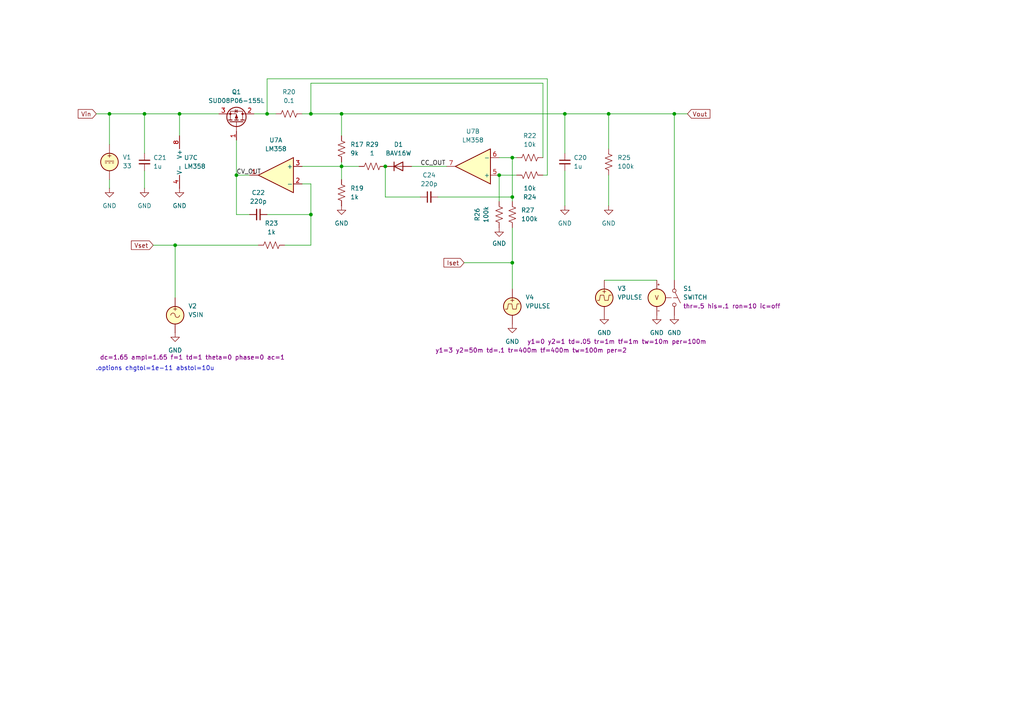
<source format=kicad_sch>
(kicad_sch (version 20231120) (generator "eeschema") (generator_version "8.0")
  (paper "A4")
  (lib_symbols
    (symbol "Amplifier_Operational:LM358" (pin_names (offset 0.127))
      (property "Reference" "U" (at 0 5.08 0))
      (property "Value" "LM358" (at 0 -5.08 0))
      (symbol "LM358_1_1"
        (polyline (pts (xy -5.08 5.08) (xy 5.08 0) (xy -5.08 -5.08) (xy -5.08 5.08)) (stroke (width 0.254)) (fill (type background)))
        (pin output line (at 7.62 0 180) (length 2.54) (name "~") (number "1"))
        (pin input line (at -7.62 -2.54 0) (length 2.54) (name "-") (number "2"))
        (pin input line (at -7.62 2.54 0) (length 2.54) (name "+") (number "3"))
      )
      (symbol "LM358_2_1"
        (polyline (pts (xy -5.08 5.08) (xy 5.08 0) (xy -5.08 -5.08) (xy -5.08 5.08)) (stroke (width 0.254)) (fill (type background)))
        (pin input line (at -7.62 2.54 0) (length 2.54) (name "+") (number "5"))
        (pin input line (at -7.62 -2.54 0) (length 2.54) (name "-") (number "6"))
        (pin output line (at 7.62 0 180) (length 2.54) (name "~") (number "7"))
      )
      (symbol "LM358_3_1"
        (pin power_in line (at -2.54 -7.62 90) (length 3.81) (name "V-") (number "4"))
        (pin power_in line (at -2.54 7.62 270) (length 3.81) (name "V+") (number "8"))
      )
    )
    (symbol "Device:C_Small" (pin_numbers hide) (pin_names (offset 0.254) hide)
      (property "Reference" "C" (at 0.254 1.778 0))
      (property "Value" "C_Small" (at 0.254 -2.032 0))
      (symbol "C_Small_0_1"
        (polyline (pts (xy -1.524 -0.508) (xy 1.524 -0.508)) (stroke (width 0.3302)))
        (polyline (pts (xy -1.524 0.508) (xy 1.524 0.508)) (stroke (width 0.3048)))
      )
      (symbol "C_Small_1_1"
        (pin passive line (at 0 2.54 270) (length 2.032) (name "~") (number "1"))
        (pin passive line (at 0 -2.54 90) (length 2.032) (name "~") (number "2"))
      )
    )
    (symbol "Device:R_US" (pin_numbers hide) (pin_names (offset 0))
      (property "Reference" "R" (at 2.54 0 90))
      (property "Value" "R_US" (at -2.54 0 90))
      (symbol "R_US_0_1"
        (polyline (pts (xy 0 -2.286) (xy 0 -2.54)))
        (polyline (pts (xy 0 2.286) (xy 0 2.54)))
        (polyline (pts (xy 0 -0.762) (xy 1.016 -1.143) (xy 0 -1.524) (xy -1.016 -1.905) (xy 0 -2.286)))
        (polyline (pts (xy 0 0.762) (xy 1.016 0.381) (xy 0 0) (xy -1.016 -0.381) (xy 0 -0.762)))
        (polyline (pts (xy 0 2.286) (xy 1.016 1.905) (xy 0 1.524) (xy -1.016 1.143) (xy 0 0.762)))
      )
      (symbol "R_US_1_1"
        (pin passive line (at 0 3.81 270) (length 1.27) (name "~") (number "1"))
        (pin passive line (at 0 -3.81 90) (length 1.27) (name "~") (number "2"))
      )
    )
    (symbol "Diode:BAV16W" (pin_numbers hide) (pin_names hide)
      (property "Reference" "D" (at 0 2.54 0))
      (property "Value" "BAV16W" (at 0 -2.54 0))
      (symbol "BAV16W_0_1"
        (polyline (pts (xy -1.27 1.27) (xy -1.27 -1.27)) (stroke (width 0.254)))
        (polyline (pts (xy 1.27 0) (xy -1.27 0)))
        (polyline (pts (xy 1.27 1.27) (xy 1.27 -1.27) (xy -1.27 0) (xy 1.27 1.27)) (stroke (width 0.254)))
      )
      (symbol "BAV16W_1_1"
        (pin passive line (at -3.81 0 0) (length 2.54) (name "K") (number "1"))
        (pin passive line (at 3.81 0 180) (length 2.54) (name "A") (number "2"))
      )
    )
    (symbol "Simulation_SPICE:SWITCH" (pin_numbers hide) (pin_names (offset 1.016) hide)
      (property "Reference" "S" (at 2.54 2.54 0))
      (property "Value" "SWITCH" (at 2.54 0 0))
      (property "Sim.Params" "thr=0 ron=1" (at 2.54 -2.54 0))
      (symbol "SWITCH_0_1"
        (circle (center 0 -2.032) (radius 0.508))
        (polyline (pts (xy 0.254 1.524) (xy 1.778 -1.524)))
        (circle (center 0 2.032) (radius 0.508))
      )
      (symbol "SWITCH_1_1"
        (circle (center -5.08 0) (radius 2.54) (stroke (width 0.254)) (fill (type background)))
        (polyline (pts (xy -4.826 -3.81) (xy -4.318 -3.81)))
        (polyline (pts (xy -4.826 3.81) (xy -4.318 3.81)))
        (polyline (pts (xy -4.572 4.064) (xy -4.572 3.556)))
        (polyline (pts (xy -2.54 0) (xy 0.889 0)) (stroke (width 0) (type dash)))
        (text "V" (at -5.08 0 0) (effects (font (size 1.27 1.27))))
        (pin passive line (at 0 5.08 270) (length 2.54) (name "N+") (number "1"))
        (pin passive line (at 0 -5.08 90) (length 2.54) (name "N-") (number "2"))
        (pin input line (at -5.08 5.08 270) (length 2.54) (name "C+") (number "3"))
        (pin input line (at -5.08 -5.08 90) (length 2.54) (name "C-") (number "4"))
      )
    )
    (symbol "Simulation_SPICE:VDC" (pin_numbers hide) (pin_names (offset 0.0254))
      (property "Reference" "V" (at 2.54 2.54 0))
      (property "Value" "1" (at 2.54 0 0))
      (symbol "VDC_0_0"
        (polyline (pts (xy -1.27 0.254) (xy 1.27 0.254)))
        (polyline (pts (xy -0.762 -0.254) (xy -1.27 -0.254)))
        (polyline (pts (xy 0.254 -0.254) (xy -0.254 -0.254)))
        (polyline (pts (xy 1.27 -0.254) (xy 0.762 -0.254)))
        (text "+" (at 0 1.905 0) (effects (font (size 1.27 1.27))))
      )
      (symbol "VDC_0_1"
        (circle (center 0 0) (radius 2.54) (stroke (width 0.254)) (fill (type background)))
      )
      (symbol "VDC_1_1"
        (pin passive line (at 0 5.08 270) (length 2.54) (name "~") (number "1"))
        (pin passive line (at 0 -5.08 90) (length 2.54) (name "~") (number "2"))
      )
    )
    (symbol "Simulation_SPICE:VPULSE" (pin_numbers hide) (pin_names (offset 0.0254))
      (property "Reference" "V" (at 2.54 2.54 0))
      (property "Value" "VPULSE" (at 2.54 0 0))
      (property "Sim.Params" "y1=0 y2=1 td=2n tr=2n tf=2n tw=50n per=100n" (at 2.54 -2.54 0))
      (symbol "VPULSE_0_0"
        (polyline (pts (xy -2.032 -0.762) (xy -1.397 -0.762) (xy -1.143 0.762) (xy -0.127 0.762) (xy 0.127 -0.762) (xy 1.143 -0.762) (xy 1.397 0.762) (xy 2.032 0.762)))
        (text "+" (at 0 1.905 0) (effects (font (size 1.27 1.27))))
      )
      (symbol "VPULSE_0_1"
        (circle (center 0 0) (radius 2.54) (stroke (width 0.254)) (fill (type background)))
      )
      (symbol "VPULSE_1_1"
        (pin passive line (at 0 5.08 270) (length 2.54) (name "~") (number "1"))
        (pin passive line (at 0 -5.08 90) (length 2.54) (name "~") (number "2"))
      )
    )
    (symbol "Simulation_SPICE:VSIN" (pin_numbers hide) (pin_names (offset 0.0254))
      (property "Reference" "V" (at 2.54 2.54 0))
      (property "Value" "VSIN" (at 2.54 0 0))
      (property "Sim.Params" "dc=0 ampl=1 f=1k ac=1" (at 2.54 -2.54 0))
      (symbol "VSIN_0_0"
        (arc (start 0 0) (mid -0.635 0.6323) (end -1.27 0))
        (arc (start 0 0) (mid 0.635 -0.6323) (end 1.27 0))
        (text "+" (at 0 1.905 0) (effects (font (size 1.27 1.27))))
      )
      (symbol "VSIN_0_1"
        (circle (center 0 0) (radius 2.54) (stroke (width 0.254)) (fill (type background)))
      )
      (symbol "VSIN_1_1"
        (pin passive line (at 0 5.08 270) (length 2.54) (name "~") (number "1"))
        (pin passive line (at 0 -5.08 90) (length 2.54) (name "~") (number "2"))
      )
    )
    (symbol "Transistor_FET:SUD08P06-155L" (pin_names hide)
      (property "Reference" "Q" (at 4.953 1.905 0))
      (property "Value" "SUD08P06-155L" (at 4.953 0 0))
      (symbol "SUD08P06-155L_0_1"
        (polyline (pts (xy 0.254 0) (xy -2.54 0)))
        (polyline (pts (xy 0.254 1.905) (xy 0.254 -1.905)) (stroke (width 0.254)))
        (polyline (pts (xy 0.762 -1.27) (xy 0.762 -2.286)) (stroke (width 0.254)))
        (polyline (pts (xy 0.762 0.508) (xy 0.762 -0.508)) (stroke (width 0.254)))
        (polyline (pts (xy 0.762 2.286) (xy 0.762 1.27)) (stroke (width 0.254)))
        (polyline (pts (xy 2.54 2.54) (xy 2.54 1.778)))
        (polyline (pts (xy 2.54 -2.54) (xy 2.54 0) (xy 0.762 0)))
        (polyline (pts (xy 0.762 1.778) (xy 3.302 1.778) (xy 3.302 -1.778) (xy 0.762 -1.778)))
        (polyline (pts (xy 2.286 0) (xy 1.27 0.381) (xy 1.27 -0.381) (xy 2.286 0)) (fill (type outline)))
        (polyline (pts (xy 2.794 -0.508) (xy 2.921 -0.381) (xy 3.683 -0.381) (xy 3.81 -0.254)))
        (polyline (pts (xy 3.302 -0.381) (xy 2.921 0.254) (xy 3.683 0.254) (xy 3.302 -0.381)))
        (circle (center 1.651 0) (radius 2.794) (stroke (width 0.254)))
        (circle (center 2.54 -1.778) (radius 0.254) (fill (type outline)))
        (circle (center 2.54 1.778) (radius 0.254) (fill (type outline)))
      )
      (symbol "SUD08P06-155L_1_1"
        (pin input line (at -5.08 0 0) (length 2.54) (name "G") (number "1"))
        (pin passive line (at 2.54 5.08 270) (length 2.54) (name "D") (number "2"))
        (pin passive line (at 2.54 -5.08 90) (length 2.54) (name "S") (number "3"))
      )
    )
    (symbol "power:GND" (power) (pin_numbers hide) (pin_names (offset 0) hide)
      (property "Value" "GND" (at 0 -3.81 0))
      (symbol "GND_0_1"
        (polyline (pts (xy 0 0) (xy 0 -1.27) (xy 1.27 -1.27) (xy 0 -2.54) (xy -1.27 -1.27) (xy 0 -1.27)))
      )
      (symbol "GND_1_1"
        (pin power_in line (at 0 0 270) (length 0) (name "~") (number "1"))
      )
    )
  )
  (junction (at 90.17 62.23))
  (junction (at 111.76 48.26))
  (junction (at 148.59 45.72))
  (junction (at 52.07 33.02))
  (junction (at 77.47 33.02))
  (junction (at 50.8 71.12))
  (junction (at 195.58 33.02))
  (junction (at 163.83 33.02))
  (junction (at 31.75 33.02))
  (junction (at 148.59 57.15))
  (junction (at 90.17 33.02))
  (junction (at 144.78 50.8))
  (junction (at 148.59 76.2))
  (junction (at 99.06 48.26))
  (junction (at 99.06 33.02))
  (junction (at 176.53 33.02))
  (junction (at 41.91 33.02))
  (junction (at 68.58 50.8))
  (wire (pts (xy 68.58 50.8) (xy 72.39 50.8)))
  (wire (pts (xy 99.06 33.02) (xy 163.83 33.02)))
  (wire (pts (xy 163.83 33.02) (xy 163.83 44.45)))
  (wire (pts (xy 176.53 59.69) (xy 176.53 50.8)))
  (wire (pts (xy 52.07 33.02) (xy 41.91 33.02)))
  (wire (pts (xy 176.53 33.02) (xy 176.53 43.18)))
  (wire (pts (xy 199.39 33.02) (xy 195.58 33.02)))
  (wire (pts (xy 99.06 48.26) (xy 99.06 46.99)))
  (wire (pts (xy 195.58 33.02) (xy 195.58 81.28)))
  (wire (pts (xy 90.17 33.02) (xy 87.63 33.02)))
  (wire (pts (xy 175.26 81.28) (xy 190.5 81.28)))
  (wire (pts (xy 80.01 33.02) (xy 77.47 33.02)))
  (wire (pts (xy 50.8 71.12) (xy 74.93 71.12)))
  (wire (pts (xy 31.75 33.02) (xy 31.75 41.91)))
  (wire (pts (xy 77.47 33.02) (xy 73.66 33.02)))
  (wire (pts (xy 144.78 50.8) (xy 149.86 50.8)))
  (wire (pts (xy 158.75 22.86) (xy 158.75 50.8)))
  (wire (pts (xy 144.78 45.72) (xy 148.59 45.72)))
  (wire (pts (xy 90.17 53.34) (xy 87.63 53.34)))
  (wire (pts (xy 77.47 33.02) (xy 77.47 22.86)))
  (wire (pts (xy 90.17 71.12) (xy 90.17 62.23)))
  (wire (pts (xy 148.59 76.2) (xy 148.59 66.04)))
  (wire (pts (xy 82.55 71.12) (xy 90.17 71.12)))
  (wire (pts (xy 90.17 24.13) (xy 90.17 33.02)))
  (wire (pts (xy 27.94 33.02) (xy 31.75 33.02)))
  (wire (pts (xy 41.91 49.53) (xy 41.91 54.61)))
  (wire (pts (xy 163.83 33.02) (xy 176.53 33.02)))
  (wire (pts (xy 148.59 83.82) (xy 148.59 76.2)))
  (wire (pts (xy 148.59 57.15) (xy 148.59 58.42)))
  (wire (pts (xy 99.06 48.26) (xy 104.14 48.26)))
  (wire (pts (xy 31.75 52.07) (xy 31.75 54.61)))
  (wire (pts (xy 157.48 45.72) (xy 157.48 24.13)))
  (wire (pts (xy 99.06 52.07) (xy 99.06 48.26)))
  (wire (pts (xy 119.38 48.26) (xy 129.54 48.26)))
  (wire (pts (xy 148.59 45.72) (xy 148.59 57.15)))
  (wire (pts (xy 68.58 62.23) (xy 68.58 50.8)))
  (wire (pts (xy 77.47 22.86) (xy 158.75 22.86)))
  (wire (pts (xy 158.75 50.8) (xy 157.48 50.8)))
  (wire (pts (xy 111.76 57.15) (xy 121.92 57.15)))
  (wire (pts (xy 77.47 62.23) (xy 90.17 62.23)))
  (wire (pts (xy 157.48 24.13) (xy 90.17 24.13)))
  (wire (pts (xy 163.83 59.69) (xy 163.83 49.53)))
  (wire (pts (xy 176.53 33.02) (xy 195.58 33.02)))
  (wire (pts (xy 90.17 53.34) (xy 90.17 62.23)))
  (wire (pts (xy 99.06 39.37) (xy 99.06 33.02)))
  (wire (pts (xy 41.91 33.02) (xy 41.91 44.45)))
  (wire (pts (xy 149.86 45.72) (xy 148.59 45.72)))
  (wire (pts (xy 72.39 62.23) (xy 68.58 62.23)))
  (wire (pts (xy 52.07 33.02) (xy 52.07 39.37)))
  (wire (pts (xy 68.58 50.8) (xy 68.58 40.64)))
  (wire (pts (xy 144.78 50.8) (xy 144.78 58.42)))
  (wire (pts (xy 87.63 48.26) (xy 99.06 48.26)))
  (wire (pts (xy 99.06 33.02) (xy 90.17 33.02)))
  (wire (pts (xy 134.62 76.2) (xy 148.59 76.2)))
  (wire (pts (xy 50.8 71.12) (xy 50.8 86.36)))
  (wire (pts (xy 52.07 33.02) (xy 63.5 33.02)))
  (wire (pts (xy 44.45 71.12) (xy 50.8 71.12)))
  (wire (pts (xy 41.91 33.02) (xy 31.75 33.02)))
  (wire (pts (xy 111.76 57.15) (xy 111.76 48.26)))
  (wire (pts (xy 127 57.15) (xy 148.59 57.15)))
  (text ".options chgtol=1e-11 abstol=10u" (at 44.958 106.934 0) (effects (font (size 1.27 1.27))))
  (label "CV_OUT" (at 68.58 50.8 0))
  (label "CC_OUT" (at 121.92 48.26 0))
  (global_label "Vout" (shape input) (at 199.39 33.02 0) (property "Intersheetrefs" "${INTERSHEET_REFS}" (effects (hide yes))))
  (global_label "Iset" (shape input) (at 134.62 76.2 180) (property "Intersheetrefs" "${INTERSHEET_REFS}" (effects (hide yes))))
  (global_label "Vset" (shape input) (at 44.45 71.12 180) (property "Intersheetrefs" "${INTERSHEET_REFS}" (effects (hide yes))))
  (global_label "Vin" (shape input) (at 27.94 33.02 180) (property "Intersheetrefs" "${INTERSHEET_REFS}" (effects (hide yes))))
  (symbol (lib_id "Device:C_Small") (at 74.93 62.23 270) (unit 1)
    (property "Reference" "C22" (at 74.9236 55.88 90))
    (property "Value" "220p" (at 74.9236 58.42 90))
    (property "Description" "Unpolarized capacitor, small symbol" (effects (hide yes)))
  )
  (symbol (lib_id "Simulation_SPICE:VPULSE") (at 148.59 88.9 0) (unit 1)
    (property "Reference" "V4" (at 152.4 86.2301 0) (effects (justify left)))
    (property "Value" "VPULSE" (at 152.4 88.7701 0) (effects (justify left)))
    (property "Datasheet" "https://ngspice.sourceforge.io/docs/ngspice-html-manual/manual.xhtml#sec_Independent_Sources_for" (effects (hide yes)))
    (property "Description" "Voltage source, pulse" (effects (hide yes)))
    (property "Sim.Pins" "1=+ 2=-" (effects (hide yes)))
    (property "Sim.Type" "PULSE" (effects (hide yes)))
    (property "Sim.Device" "V" (effects (hide yes)))
    (property "Sim.Params" "y1=3 y2=50m td=.1 tr=400m tf=400m tw=100m per=2" (at 126.238 101.6 0) (effects (justify left)))
  )
  (symbol (lib_id "Device:R_US") (at 78.74 71.12 270) (unit 1)
    (property "Reference" "R23" (at 78.74 64.77 90))
    (property "Value" "1k" (at 78.74 67.31 90))
    (property "Description" "Resistor, US symbol" (effects (hide yes)))
  )
  (symbol (lib_id "Simulation_SPICE:VSIN") (at 50.8 91.44 0) (unit 1)
    (property "Reference" "V2" (at 54.61 88.7701 0) (effects (justify left)))
    (property "Value" "VSIN" (at 54.61 91.3101 0) (effects (justify left)))
    (property "Datasheet" "https://ngspice.sourceforge.io/docs/ngspice-html-manual/manual.xhtml#sec_Independent_Sources_for" (effects (hide yes)))
    (property "Description" "Voltage source, sinusoidal" (effects (hide yes)))
    (property "Sim.Pins" "1=+ 2=-" (effects (hide yes)))
    (property "Sim.Params" "dc=1.65 ampl=1.65 f=1 td=1 theta=0 phase=0 ac=1" (at 28.956 103.632 0) (effects (justify left)))
    (property "Sim.Type" "SIN" (effects (hide yes)))
    (property "Sim.Device" "V" (effects (hide yes)))
  )
  (symbol (lib_id "Simulation_SPICE:VDC") (at 31.75 46.99 0) (unit 1)
    (property "Reference" "V1" (at 35.56 45.5901 0) (effects (justify left)))
    (property "Value" "33" (at 35.56 48.1301 0) (effects (justify left)))
    (property "Datasheet" "https://ngspice.sourceforge.io/docs/ngspice-html-manual/manual.xhtml#sec_Independent_Sources_for" (effects (hide yes)))
    (property "Description" "Voltage source, DC" (effects (hide yes)))
    (property "Sim.Pins" "1=+ 2=-" (effects (hide yes)))
    (property "Sim.Type" "DC" (effects (hide yes)))
    (property "Sim.Device" "V" (effects (hide yes)))
  )
  (symbol (lib_id "power:GND") (at 52.07 54.61 0) (unit 1)
    (property "Reference" "#PWR059" (effects (hide yes)))
    (property "Value" "GND" (at 52.07 59.69 0))
    (property "Description" "Power symbol creates a global label with name \"GND\" , ground" (effects (hide yes)))
  )
  (symbol (lib_id "Device:R_US") (at 176.53 46.99 180) (unit 1)
    (property "Reference" "R25" (at 179.07 45.7199 0) (effects (justify right)))
    (property "Value" "100k" (at 179.07 48.2599 0) (effects (justify right)))
    (property "Description" "Resistor, US symbol" (effects (hide yes)))
  )
  (symbol (lib_id "power:GND") (at 99.06 59.69 0) (unit 1)
    (property "Reference" "#PWR072" (effects (hide yes)))
    (property "Value" "GND" (at 99.06 64.77 0))
    (property "Description" "Power symbol creates a global label with name \"GND\" , ground" (effects (hide yes)))
  )
  (symbol (lib_id "Simulation_SPICE:VPULSE") (at 175.26 86.36 0) (unit 1)
    (property "Reference" "V3" (at 179.07 83.6901 0) (effects (justify left)))
    (property "Value" "VPULSE" (at 179.07 86.2301 0) (effects (justify left)))
    (property "Datasheet" "https://ngspice.sourceforge.io/docs/ngspice-html-manual/manual.xhtml#sec_Independent_Sources_for" (effects (hide yes)))
    (property "Description" "Voltage source, pulse" (effects (hide yes)))
    (property "Sim.Pins" "1=+ 2=-" (effects (hide yes)))
    (property "Sim.Type" "PULSE" (effects (hide yes)))
    (property "Sim.Device" "V" (effects (hide yes)))
    (property "Sim.Params" "y1=0 y2=1 td=.05 tr=1m tf=1m tw=10m per=100m" (at 152.908 99.06 0) (effects (justify left)))
  )
  (symbol (lib_id "Device:R_US") (at 107.95 48.26 270) (unit 1)
    (property "Reference" "R29" (at 107.95 41.91 90))
    (property "Value" "1" (at 107.95 44.45 90))
    (property "Description" "Resistor, US symbol" (effects (hide yes)))
  )
  (symbol (lib_id "power:GND") (at 175.26 91.44 0) (unit 1)
    (property "Reference" "#PWR082" (effects (hide yes)))
    (property "Value" "GND" (at 175.26 96.52 0))
    (property "Description" "Power symbol creates a global label with name \"GND\" , ground" (effects (hide yes)))
  )
  (symbol (lib_id "power:GND") (at 50.8 96.52 0) (unit 1)
    (property "Reference" "#PWR073" (effects (hide yes)))
    (property "Value" "GND" (at 50.8 101.6 0))
    (property "Description" "Power symbol creates a global label with name \"GND\" , ground" (effects (hide yes)))
  )
  (symbol (lib_id "Amplifier_Operational:LM358") (at 54.61 46.99 0) (unit 3)
    (property "Reference" "U7" (at 53.34 45.7199 0) (effects (justify left)))
    (property "Value" "LM358" (at 53.34 48.2599 0) (effects (justify left)))
    (property "Datasheet" "http://www.ti.com/lit/ds/symlink/lm2904-n.pdf" (effects (hide yes)))
    (property "Description" "Low-Power, Dual Operational Amplifiers, DIP-8/SOIC-8/TO-99-8" (effects (hide yes)))
    (property "Sim.Library" "spice_models/LM358-dual.lib" (effects (hide yes)))
    (property "Sim.Name" "LM358" (effects (hide yes)))
    (property "Sim.Device" "SUBCKT" (effects (hide yes)))
    (property "Sim.Pins" "1=1OUT 2=1IN- 3=1IN+ 4=VEE 5=2IN+ 6=2IN- 7=2OUT 8=VCC" (effects (hide yes)))
  )
  (symbol (lib_id "Device:R_US") (at 99.06 55.88 180) (unit 1)
    (property "Reference" "R19" (at 101.6 54.6099 0) (effects (justify right)))
    (property "Value" "1k" (at 101.6 57.1499 0) (effects (justify right)))
    (property "Description" "Resistor, US symbol" (effects (hide yes)))
  )
  (symbol (lib_id "power:GND") (at 41.91 54.61 0) (unit 1)
    (property "Reference" "#PWR076" (effects (hide yes)))
    (property "Value" "GND" (at 41.91 59.69 0))
    (property "Description" "Power symbol creates a global label with name \"GND\" , ground" (effects (hide yes)))
  )
  (symbol (lib_id "Amplifier_Operational:LM358") (at 80.01 50.8 0) (mirror y) (unit 1)
    (property "Reference" "U7" (at 80.01 40.64 0))
    (property "Value" "LM358" (at 80.01 43.18 0))
    (property "Datasheet" "http://www.ti.com/lit/ds/symlink/lm2904-n.pdf" (effects (hide yes)))
    (property "Description" "Low-Power, Dual Operational Amplifiers, DIP-8/SOIC-8/TO-99-8" (effects (hide yes)))
    (property "Sim.Library" "spice_models/LM358-dual.lib" (effects (hide yes)))
    (property "Sim.Name" "LM358" (effects (hide yes)))
    (property "Sim.Device" "SUBCKT" (effects (hide yes)))
    (property "Sim.Pins" "1=1OUT 2=1IN- 3=1IN+ 4=VEE 5=2IN+ 6=2IN- 7=2OUT 8=VCC" (effects (hide yes)))
  )
  (symbol (lib_id "power:GND") (at 163.83 59.69 0) (unit 1)
    (property "Reference" "#PWR074" (effects (hide yes)))
    (property "Value" "GND" (at 163.83 64.77 0))
    (property "Description" "Power symbol creates a global label with name \"GND\" , ground" (effects (hide yes)))
  )
  (symbol (lib_id "power:GND") (at 190.5 91.44 0) (unit 1)
    (property "Reference" "#PWR081" (effects (hide yes)))
    (property "Value" "GND" (at 190.5 96.52 0))
    (property "Description" "Power symbol creates a global label with name \"GND\" , ground" (effects (hide yes)))
  )
  (symbol (lib_id "Device:R_US") (at 153.67 45.72 270) (unit 1)
    (property "Reference" "R22" (at 153.67 39.37 90))
    (property "Value" "10k" (at 153.67 41.91 90))
    (property "Description" "Resistor, US symbol" (effects (hide yes)))
  )
  (symbol (lib_id "Device:R_US") (at 144.78 62.23 0) (unit 1)
    (property "Reference" "R26" (at 138.43 62.23 90))
    (property "Value" "100k" (at 140.97 62.23 90))
    (property "Description" "Resistor, US symbol" (effects (hide yes)))
  )
  (symbol (lib_id "power:GND") (at 31.75 54.61 0) (unit 1)
    (property "Reference" "#PWR060" (effects (hide yes)))
    (property "Value" "GND" (at 31.75 59.69 0))
    (property "Description" "Power symbol creates a global label with name \"GND\" , ground" (effects (hide yes)))
  )
  (symbol (lib_id "Simulation_SPICE:SWITCH") (at 195.58 86.36 0) (unit 1)
    (property "Reference" "S1" (at 198.12 83.6929 0) (effects (justify left)))
    (property "Value" "SWITCH" (at 198.12 86.2329 0) (effects (justify left)))
    (property "Datasheet" "https://ngspice.sourceforge.io/docs/ngspice-html-manual/manual.xhtml#subsec_Switches" (effects (hide yes)))
    (property "Description" "Voltage controlled switch symbol for simulation only" (effects (hide yes)))
    (property "Sim.Device" "SW" (effects (hide yes)))
    (property "Sim.Type" "V" (effects (hide yes)))
    (property "Sim.Params" "thr=.5 his=.1 ron=10 ic=off" (at 198.12 88.7729 0) (effects (justify left)))
    (property "Sim.Pins" "1=no+ 2=no- 3=ctrl+ 4=ctrl-" (effects (hide yes)))
  )
  (symbol (lib_id "Device:C_Small") (at 163.83 46.99 0) (unit 1)
    (property "Reference" "C20" (at 166.37 45.7262 0) (effects (justify left)))
    (property "Value" "1u" (at 166.37 48.2662 0) (effects (justify left)))
    (property "Description" "Unpolarized capacitor, small symbol" (effects (hide yes)))
  )
  (symbol (lib_id "power:GND") (at 195.58 91.44 0) (unit 1)
    (property "Reference" "#PWR075" (effects (hide yes)))
    (property "Value" "GND" (at 195.58 96.52 0))
    (property "Description" "Power symbol creates a global label with name \"GND\" , ground" (effects (hide yes)))
  )
  (symbol (lib_id "Transistor_FET:SUD08P06-155L") (at 68.58 35.56 270) (mirror x) (unit 1)
    (property "Reference" "Q1" (at 68.58 26.67 90))
    (property "Value" "SUD08P06-155L" (at 68.58 29.21 90))
    (property "Footprint" "Package_TO_SOT_SMD:TO-252-2" (effects (hide yes)))
    (property "Datasheet" "https://www.vishay.com/docs/62843/sud08p06-155l-ge3.pdf" (effects (hide yes)))
    (property "Description" "-8.4A Id, -60V Vds, TrenchFET P-Channel Power MOSFET, 155mOhm Ron, 19nC Qg, -55 to 150 °C, TO-252-2" (effects (hide yes)))
    (property "Sim.Device" "PMOS" (effects (hide yes)))
    (property "Sim.Pins" "1=G 2=D 3=S" (effects (hide yes)))
    (property "Sim.Type" "VDMOS" (effects (hide yes)))
    (property "Sim.Library" "spice_models/IRFP9240_PVDMOS.mod" (effects (hide yes)))
    (property "Sim.Name" "IRFP9240" (effects (hide yes)))
  )
  (symbol (lib_id "power:GND") (at 148.59 93.98 0) (unit 1)
    (property "Reference" "#PWR085" (effects (hide yes)))
    (property "Value" "GND" (at 148.59 99.06 0))
    (property "Description" "Power symbol creates a global label with name \"GND\" , ground" (effects (hide yes)))
  )
  (symbol (lib_id "Device:C_Small") (at 41.91 46.99 0) (unit 1)
    (property "Reference" "C21" (at 44.45 45.7262 0) (effects (justify left)))
    (property "Value" "1u" (at 44.45 48.2662 0) (effects (justify left)))
    (property "Description" "Unpolarized capacitor, small symbol" (effects (hide yes)))
  )
  (symbol (lib_id "Device:C_Small") (at 124.46 57.15 90) (unit 1)
    (property "Reference" "C24" (at 124.4663 50.8 90))
    (property "Value" "220p" (at 124.4663 53.34 90))
    (property "Description" "Unpolarized capacitor, small symbol" (effects (hide yes)))
  )
  (symbol (lib_id "power:GND") (at 144.78 66.04 0) (unit 1)
    (property "Reference" "#PWR084" (effects (hide yes)))
    (property "Value" "GND" (at 144.78 70.612 0))
    (property "Description" "Power symbol creates a global label with name \"GND\" , ground" (effects (hide yes)))
  )
  (symbol (lib_id "Device:R_US") (at 83.82 33.02 270) (unit 1)
    (property "Reference" "R20" (at 83.82 26.67 90))
    (property "Value" "0.1" (at 83.82 29.21 90))
    (property "Description" "Resistor, US symbol" (effects (hide yes)))
  )
  (symbol (lib_id "Device:R_US") (at 99.06 43.18 180) (unit 1)
    (property "Reference" "R17" (at 101.6 41.9099 0) (effects (justify right)))
    (property "Value" "9k" (at 101.6 44.4499 0) (effects (justify right)))
    (property "Description" "Resistor, US symbol" (effects (hide yes)))
  )
  (symbol (lib_id "Device:R_US") (at 148.59 62.23 0) (unit 1)
    (property "Reference" "R27" (at 151.13 60.9599 0) (effects (justify left)))
    (property "Value" "100k" (at 151.13 63.4999 0) (effects (justify left)))
    (property "Description" "Resistor, US symbol" (effects (hide yes)))
  )
  (symbol (lib_id "power:GND") (at 176.53 59.69 0) (unit 1)
    (property "Reference" "#PWR077" (effects (hide yes)))
    (property "Value" "GND" (at 176.53 64.77 0))
    (property "Description" "Power symbol creates a global label with name \"GND\" , ground" (effects (hide yes)))
  )
  (symbol (lib_id "Diode:BAV16W") (at 115.57 48.26 0) (unit 1)
    (property "Reference" "D1" (at 115.57 41.91 0))
    (property "Value" "BAV16W" (at 115.57 44.45 0))
    (property "Footprint" "Diode_SMD:D_SOD-123" (effects (hide yes)))
    (property "Datasheet" "https://www.diodes.com/assets/Datasheets/ds30086.pdf" (effects (hide yes)))
    (property "Description" "75V 0.15A Fast Switching Diode, SOD-123" (effects (hide yes)))
    (property "Sim.Device" "D" (effects (hide yes)))
    (property "Sim.Pins" "1=K 2=A" (effects (hide yes)))
  )
  (symbol (lib_id "Amplifier_Operational:LM358") (at 137.16 48.26 180) (unit 2)
    (property "Reference" "U7" (at 137.16 38.1 0))
    (property "Value" "LM358" (at 137.16 40.64 0))
    (property "Datasheet" "http://www.ti.com/lit/ds/symlink/lm2904-n.pdf" (effects (hide yes)))
    (property "Description" "Low-Power, Dual Operational Amplifiers, DIP-8/SOIC-8/TO-99-8" (effects (hide yes)))
    (property "Sim.Library" "spice_models/LM358-dual.lib" (effects (hide yes)))
    (property "Sim.Name" "LM358" (effects (hide yes)))
    (property "Sim.Device" "SUBCKT" (effects (hide yes)))
    (property "Sim.Pins" "1=1OUT 2=1IN- 3=1IN+ 4=VEE 5=2IN+ 6=2IN- 7=2OUT 8=VCC" (effects (hide yes)))
  )
  (symbol (lib_id "Device:R_US") (at 153.67 50.8 270) (mirror x) (unit 1)
    (property "Reference" "R24" (at 153.67 57.15 90))
    (property "Value" "10k" (at 153.67 54.61 90))
    (property "Description" "Resistor, US symbol" (effects (hide yes)))
  )
)
</source>
